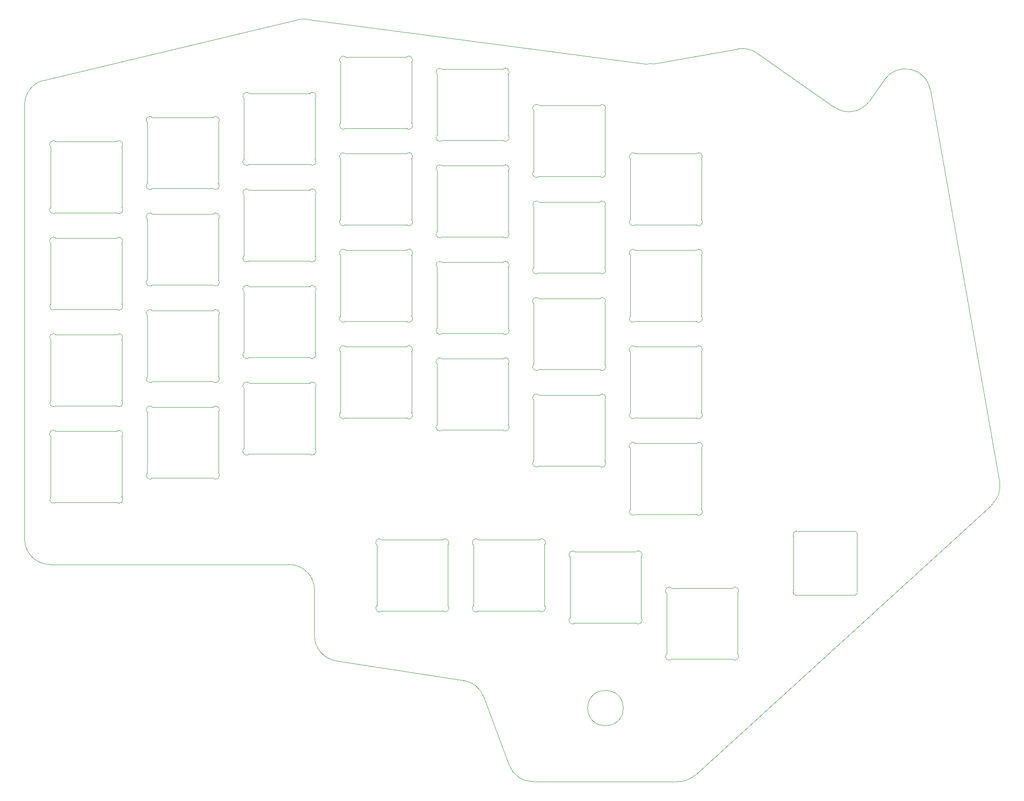
<source format=gbr>
G04 #@! TF.GenerationSoftware,KiCad,Pcbnew,(5.1.9)-1*
G04 #@! TF.CreationDate,2021-04-11T13:59:09+10:00*
G04 #@! TF.ProjectId,ExtraBoard-Plate,45787472-6142-46f6-9172-642d506c6174,rev?*
G04 #@! TF.SameCoordinates,Original*
G04 #@! TF.FileFunction,Profile,NP*
%FSLAX46Y46*%
G04 Gerber Fmt 4.6, Leading zero omitted, Abs format (unit mm)*
G04 Created by KiCad (PCBNEW (5.1.9)-1) date 2021-04-11 13:59:09*
%MOMM*%
%LPD*%
G01*
G04 APERTURE LIST*
G04 #@! TA.AperFunction,Profile*
%ADD10C,0.100000*%
G04 #@! TD*
G04 APERTURE END LIST*
D10*
X111751240Y22363907D02*
G75*
G02*
X110227664Y22331078I-868241J4924038D01*
G01*
X128524299Y25321450D02*
X111751240Y22363907D01*
X128524299Y25321450D02*
G75*
G02*
X132260422Y24493171I868241J-4924039D01*
G01*
X147516773Y13810559D02*
X132260422Y24493171D01*
X154480416Y15038436D02*
G75*
G02*
X147516773Y13810559I-4095760J2867883D01*
G01*
X157436733Y19260496D02*
X154480416Y15038437D01*
X157436734Y19260494D02*
G75*
G02*
X166456532Y17260854I4095760J-2867881D01*
G01*
X180102023Y-60126569D02*
X166456532Y17260854D01*
X180102023Y-60126569D02*
G75*
G02*
X178545716Y-64690535I-4924039J-868241D01*
G01*
X120048981Y-117995724D02*
X178545716Y-64690535D01*
X120048982Y-117995725D02*
G75*
G02*
X116681250Y-119300000I-3367732J3695726D01*
G01*
X88106250Y-119300000D02*
X116681250Y-119300000D01*
X88106250Y-119300000D02*
G75*
G02*
X83424604Y-116055617I0J5000000D01*
G01*
X78336675Y-102487807D02*
X83424604Y-116055617D01*
X74415315Y-99301566D02*
G75*
G02*
X78336675Y-102487807I-760286J-4941858D01*
G01*
X49245964Y-95429358D02*
X74415315Y-99301566D01*
X49245964Y-95429357D02*
G75*
G02*
X45006250Y-90487499I760286J4941858D01*
G01*
X45006249Y-81437500D02*
X45006250Y-90487499D01*
X40006250Y-76437501D02*
G75*
G02*
X45006249Y-81437500I0J-4999999D01*
G01*
X-7143750Y-76437500D02*
X40006250Y-76437500D01*
X-7143749Y-76437500D02*
G75*
G02*
X-12143749Y-71437500I0J5000000D01*
G01*
X-12143750Y14287500D02*
X-12143750Y-71437500D01*
X-12143750Y14287501D02*
G75*
G02*
X-8301852Y19151531I5000000J-1D01*
G01*
X41704397Y31057781D02*
X-8301852Y19151531D01*
X41704397Y31057780D02*
G75*
G02*
X43517835Y31150617I1158103J-4864031D01*
G01*
X110227664Y22331078D02*
X43517835Y31150617D01*
X115444000Y-81106000D02*
X127444000Y-81106000D01*
X114444000Y-94106000D02*
X114444000Y-82106000D01*
X127444000Y-95106000D02*
X115444000Y-95106000D01*
X128444000Y-82106000D02*
X128444000Y-94106000D01*
X128444000Y-82106000D02*
G75*
G03*
X127444000Y-81106000I-500000J500000D01*
G01*
X127444000Y-95106000D02*
G75*
G03*
X128444000Y-94106000I500000J500000D01*
G01*
X114444000Y-94106000D02*
G75*
G03*
X115444000Y-95106000I500000J-500000D01*
G01*
X115444000Y-81106000D02*
G75*
G03*
X114444000Y-82106000I-500000J-500000D01*
G01*
X96394000Y-73963000D02*
X108394000Y-73963000D01*
X95394000Y-86963000D02*
X95394000Y-74963000D01*
X108394000Y-87963000D02*
X96394000Y-87963000D01*
X109394000Y-74963000D02*
X109394000Y-86963000D01*
X109394000Y-74963000D02*
G75*
G03*
X108394000Y-73963000I-500000J500000D01*
G01*
X108394000Y-87963000D02*
G75*
G03*
X109394000Y-86963000I500000J500000D01*
G01*
X95394000Y-86963000D02*
G75*
G03*
X96394000Y-87963000I500000J-500000D01*
G01*
X96394000Y-73963000D02*
G75*
G03*
X95394000Y-74963000I-500000J-500000D01*
G01*
X77344000Y-71581000D02*
X89344000Y-71581000D01*
X76344000Y-84581000D02*
X76344000Y-72581000D01*
X89344000Y-85581000D02*
X77344000Y-85581000D01*
X90344000Y-72581000D02*
X90344000Y-84581000D01*
X90344000Y-72581000D02*
G75*
G03*
X89344000Y-71581000I-500000J500000D01*
G01*
X89344000Y-85581000D02*
G75*
G03*
X90344000Y-84581000I500000J500000D01*
G01*
X76344000Y-84581000D02*
G75*
G03*
X77344000Y-85581000I500000J-500000D01*
G01*
X77344000Y-71581000D02*
G75*
G03*
X76344000Y-72581000I-500000J-500000D01*
G01*
X58294000Y-71581000D02*
X70294000Y-71581000D01*
X57294000Y-84581000D02*
X57294000Y-72581000D01*
X70294000Y-85581000D02*
X58294000Y-85581000D01*
X71294000Y-72581000D02*
X71294000Y-84581000D01*
X71294000Y-72581000D02*
G75*
G03*
X70294000Y-71581000I-500000J500000D01*
G01*
X70294000Y-85581000D02*
G75*
G03*
X71294000Y-84581000I500000J500000D01*
G01*
X57294000Y-84581000D02*
G75*
G03*
X58294000Y-85581000I500000J-500000D01*
G01*
X58294000Y-71581000D02*
G75*
G03*
X57294000Y-72581000I-500000J-500000D01*
G01*
X108300000Y-52531000D02*
X120300000Y-52531000D01*
X107300000Y-65531000D02*
X107300000Y-53531000D01*
X120300000Y-66531000D02*
X108300000Y-66531000D01*
X121300000Y-53531000D02*
X121300000Y-65531000D01*
X121300000Y-53531000D02*
G75*
G03*
X120300000Y-52531000I-500000J500000D01*
G01*
X120300000Y-66531000D02*
G75*
G03*
X121300000Y-65531000I500000J500000D01*
G01*
X107300000Y-65531000D02*
G75*
G03*
X108300000Y-66531000I500000J-500000D01*
G01*
X108300000Y-52531000D02*
G75*
G03*
X107300000Y-53531000I-500000J-500000D01*
G01*
X89250000Y-43006000D02*
X101250000Y-43006000D01*
X88250000Y-56006000D02*
X88250000Y-44006000D01*
X101250000Y-57006000D02*
X89250000Y-57006000D01*
X102250000Y-44006000D02*
X102250000Y-56006000D01*
X102250000Y-44006000D02*
G75*
G03*
X101250000Y-43006000I-500000J500000D01*
G01*
X101250000Y-57006000D02*
G75*
G03*
X102250000Y-56006000I500000J500000D01*
G01*
X88250000Y-56006000D02*
G75*
G03*
X89250000Y-57006000I500000J-500000D01*
G01*
X89250000Y-43006000D02*
G75*
G03*
X88250000Y-44006000I-500000J-500000D01*
G01*
X70200000Y-35863000D02*
X82200000Y-35863000D01*
X69200000Y-48863000D02*
X69200000Y-36863000D01*
X82200000Y-49863000D02*
X70200000Y-49863000D01*
X83200000Y-36863000D02*
X83200000Y-48863000D01*
X83200000Y-36863000D02*
G75*
G03*
X82200000Y-35863000I-500000J500000D01*
G01*
X82200000Y-49863000D02*
G75*
G03*
X83200000Y-48863000I500000J500000D01*
G01*
X69200000Y-48863000D02*
G75*
G03*
X70200000Y-49863000I500000J-500000D01*
G01*
X70200000Y-35863000D02*
G75*
G03*
X69200000Y-36863000I-500000J-500000D01*
G01*
X51150000Y-33481000D02*
X63150000Y-33481000D01*
X50150000Y-46481000D02*
X50150000Y-34481000D01*
X63150000Y-47481000D02*
X51150000Y-47481000D01*
X64150000Y-34481000D02*
X64150000Y-46481000D01*
X64150000Y-34481000D02*
G75*
G03*
X63150000Y-33481000I-500000J500000D01*
G01*
X63150000Y-47481000D02*
G75*
G03*
X64150000Y-46481000I500000J500000D01*
G01*
X50150000Y-46481000D02*
G75*
G03*
X51150000Y-47481000I500000J-500000D01*
G01*
X51150000Y-33481000D02*
G75*
G03*
X50150000Y-34481000I-500000J-500000D01*
G01*
X32100000Y-40625000D02*
X44100000Y-40625000D01*
X31100000Y-53625000D02*
X31100000Y-41625000D01*
X44100000Y-54625000D02*
X32100000Y-54625000D01*
X45100000Y-41625000D02*
X45100000Y-53625000D01*
X45100000Y-41625000D02*
G75*
G03*
X44100000Y-40625000I-500000J500000D01*
G01*
X44100000Y-54625000D02*
G75*
G03*
X45100000Y-53625000I500000J500000D01*
G01*
X31100000Y-53625000D02*
G75*
G03*
X32100000Y-54625000I500000J-500000D01*
G01*
X32100000Y-40625000D02*
G75*
G03*
X31100000Y-41625000I-500000J-500000D01*
G01*
X13050000Y-45388000D02*
X25050000Y-45388000D01*
X12050000Y-58388000D02*
X12050000Y-46388000D01*
X25050000Y-59388000D02*
X13050000Y-59388000D01*
X26050000Y-46388000D02*
X26050000Y-58388000D01*
X26050000Y-46388000D02*
G75*
G03*
X25050000Y-45388000I-500000J500000D01*
G01*
X25050000Y-59388000D02*
G75*
G03*
X26050000Y-58388000I500000J500000D01*
G01*
X12050000Y-58388000D02*
G75*
G03*
X13050000Y-59388000I500000J-500000D01*
G01*
X13050000Y-45388000D02*
G75*
G03*
X12050000Y-46388000I-500000J-500000D01*
G01*
X-6000000Y-50150000D02*
X6000000Y-50150000D01*
X-7000000Y-63150000D02*
X-7000000Y-51150000D01*
X6000000Y-64150000D02*
X-6000000Y-64150000D01*
X7000000Y-51150000D02*
X7000000Y-63150000D01*
X7000000Y-51150000D02*
G75*
G03*
X6000000Y-50150000I-500000J500000D01*
G01*
X6000000Y-64150000D02*
G75*
G03*
X7000000Y-63150000I500000J500000D01*
G01*
X-7000000Y-63150000D02*
G75*
G03*
X-6000000Y-64150000I500000J-500000D01*
G01*
X-6000000Y-50150000D02*
G75*
G03*
X-7000000Y-51150000I-500000J-500000D01*
G01*
X108300000Y-33481000D02*
X120300000Y-33481000D01*
X107300000Y-46481000D02*
X107300000Y-34481000D01*
X120300000Y-47481000D02*
X108300000Y-47481000D01*
X121300000Y-34481000D02*
X121300000Y-46481000D01*
X121300000Y-34481000D02*
G75*
G03*
X120300000Y-33481000I-500000J500000D01*
G01*
X120300000Y-47481000D02*
G75*
G03*
X121300000Y-46481000I500000J500000D01*
G01*
X107300000Y-46481000D02*
G75*
G03*
X108300000Y-47481000I500000J-500000D01*
G01*
X108300000Y-33481000D02*
G75*
G03*
X107300000Y-34481000I-500000J-500000D01*
G01*
X89250000Y-23956000D02*
X101250000Y-23956000D01*
X88250000Y-36956000D02*
X88250000Y-24956000D01*
X101250000Y-37956000D02*
X89250000Y-37956000D01*
X102250000Y-24956000D02*
X102250000Y-36956000D01*
X102250000Y-24956000D02*
G75*
G03*
X101250000Y-23956000I-500000J500000D01*
G01*
X101250000Y-37956000D02*
G75*
G03*
X102250000Y-36956000I500000J500000D01*
G01*
X88250000Y-36956000D02*
G75*
G03*
X89250000Y-37956000I500000J-500000D01*
G01*
X89250000Y-23956000D02*
G75*
G03*
X88250000Y-24956000I-500000J-500000D01*
G01*
X70200000Y-16812000D02*
X82200000Y-16812000D01*
X69200000Y-29812000D02*
X69200000Y-17812000D01*
X82200000Y-30812000D02*
X70200000Y-30812000D01*
X83200000Y-17812000D02*
X83200000Y-29812000D01*
X83200000Y-17812000D02*
G75*
G03*
X82200000Y-16812000I-500000J500000D01*
G01*
X82200000Y-30812000D02*
G75*
G03*
X83200000Y-29812000I500000J500000D01*
G01*
X69200000Y-29812000D02*
G75*
G03*
X70200000Y-30812000I500000J-500000D01*
G01*
X70200000Y-16812000D02*
G75*
G03*
X69200000Y-17812000I-500000J-500000D01*
G01*
X51150000Y-14431000D02*
X63150000Y-14431000D01*
X50150000Y-27431000D02*
X50150000Y-15431000D01*
X63150000Y-28431000D02*
X51150000Y-28431000D01*
X64150000Y-15431000D02*
X64150000Y-27431000D01*
X64150000Y-15431000D02*
G75*
G03*
X63150000Y-14431000I-500000J500000D01*
G01*
X63150000Y-28431000D02*
G75*
G03*
X64150000Y-27431000I500000J500000D01*
G01*
X50150000Y-27431000D02*
G75*
G03*
X51150000Y-28431000I500000J-500000D01*
G01*
X51150000Y-14431000D02*
G75*
G03*
X50150000Y-15431000I-500000J-500000D01*
G01*
X32100000Y-21575000D02*
X44100000Y-21575000D01*
X31100000Y-34575000D02*
X31100000Y-22575000D01*
X44100000Y-35575000D02*
X32100000Y-35575000D01*
X45100000Y-22575000D02*
X45100000Y-34575000D01*
X45100000Y-22575000D02*
G75*
G03*
X44100000Y-21575000I-500000J500000D01*
G01*
X44100000Y-35575000D02*
G75*
G03*
X45100000Y-34575000I500000J500000D01*
G01*
X31100000Y-34575000D02*
G75*
G03*
X32100000Y-35575000I500000J-500000D01*
G01*
X32100000Y-21575000D02*
G75*
G03*
X31100000Y-22575000I-500000J-500000D01*
G01*
X13050000Y-26337000D02*
X25050000Y-26337000D01*
X12050000Y-39337000D02*
X12050000Y-27337000D01*
X25050000Y-40337000D02*
X13050000Y-40337000D01*
X26050000Y-27337000D02*
X26050000Y-39337000D01*
X26050000Y-27337000D02*
G75*
G03*
X25050000Y-26337000I-500000J500000D01*
G01*
X25050000Y-40337000D02*
G75*
G03*
X26050000Y-39337000I500000J500000D01*
G01*
X12050000Y-39337000D02*
G75*
G03*
X13050000Y-40337000I500000J-500000D01*
G01*
X13050000Y-26337000D02*
G75*
G03*
X12050000Y-27337000I-500000J-500000D01*
G01*
X-6000000Y-31100000D02*
X6000000Y-31100000D01*
X-7000000Y-44100000D02*
X-7000000Y-32100000D01*
X6000000Y-45100000D02*
X-6000000Y-45100000D01*
X7000000Y-32100000D02*
X7000000Y-44100000D01*
X7000000Y-32100000D02*
G75*
G03*
X6000000Y-31100000I-500000J500000D01*
G01*
X6000000Y-45100000D02*
G75*
G03*
X7000000Y-44100000I500000J500000D01*
G01*
X-7000000Y-44100000D02*
G75*
G03*
X-6000000Y-45100000I500000J-500000D01*
G01*
X-6000000Y-31100000D02*
G75*
G03*
X-7000000Y-32100000I-500000J-500000D01*
G01*
X108300000Y-14431000D02*
X120300000Y-14431000D01*
X107300000Y-27431000D02*
X107300000Y-15431000D01*
X120300000Y-28431000D02*
X108300000Y-28431000D01*
X121300000Y-15431000D02*
X121300000Y-27431000D01*
X121300000Y-15431000D02*
G75*
G03*
X120300000Y-14431000I-500000J500000D01*
G01*
X120300000Y-28431000D02*
G75*
G03*
X121300000Y-27431000I500000J500000D01*
G01*
X107300000Y-27431000D02*
G75*
G03*
X108300000Y-28431000I500000J-500000D01*
G01*
X108300000Y-14431000D02*
G75*
G03*
X107300000Y-15431000I-500000J-500000D01*
G01*
X89250000Y-4906000D02*
X101250000Y-4906000D01*
X88250000Y-17906000D02*
X88250000Y-5906000D01*
X101250000Y-18906000D02*
X89250000Y-18906000D01*
X102250000Y-5906000D02*
X102250000Y-17906000D01*
X102250000Y-5906000D02*
G75*
G03*
X101250000Y-4906000I-500000J500000D01*
G01*
X101250000Y-18906000D02*
G75*
G03*
X102250000Y-17906000I500000J500000D01*
G01*
X88250000Y-17906000D02*
G75*
G03*
X89250000Y-18906000I500000J-500000D01*
G01*
X89250000Y-4906000D02*
G75*
G03*
X88250000Y-5906000I-500000J-500000D01*
G01*
X70200000Y2237000D02*
X82200000Y2237000D01*
X69200000Y-10763000D02*
X69200000Y1237000D01*
X82200000Y-11763000D02*
X70200000Y-11763000D01*
X83200000Y1237000D02*
X83200000Y-10763000D01*
X83200000Y1237000D02*
G75*
G03*
X82200000Y2237000I-500000J500000D01*
G01*
X82200000Y-11763000D02*
G75*
G03*
X83200000Y-10763000I500000J500000D01*
G01*
X69200000Y-10763000D02*
G75*
G03*
X70200000Y-11763000I500000J-500000D01*
G01*
X70200000Y2237000D02*
G75*
G03*
X69200000Y1237000I-500000J-500000D01*
G01*
X51150000Y4619000D02*
X63150000Y4619000D01*
X50150000Y-8381000D02*
X50150000Y3619000D01*
X63150000Y-9381000D02*
X51150000Y-9381000D01*
X64150000Y3619000D02*
X64150000Y-8381000D01*
X64150000Y3619000D02*
G75*
G03*
X63150000Y4619000I-500000J500000D01*
G01*
X63150000Y-9381000D02*
G75*
G03*
X64150000Y-8381000I500000J500000D01*
G01*
X50150000Y-8381000D02*
G75*
G03*
X51150000Y-9381000I500000J-500000D01*
G01*
X51150000Y4619000D02*
G75*
G03*
X50150000Y3619000I-500000J-500000D01*
G01*
X32100000Y-2525000D02*
X44100000Y-2525000D01*
X31100000Y-15525000D02*
X31100000Y-3525000D01*
X44100000Y-16525000D02*
X32100000Y-16525000D01*
X45100000Y-3525000D02*
X45100000Y-15525000D01*
X45100000Y-3525000D02*
G75*
G03*
X44100000Y-2525000I-500000J500000D01*
G01*
X44100000Y-16525000D02*
G75*
G03*
X45100000Y-15525000I500000J500000D01*
G01*
X31100000Y-15525000D02*
G75*
G03*
X32100000Y-16525000I500000J-500000D01*
G01*
X32100000Y-2525000D02*
G75*
G03*
X31100000Y-3525000I-500000J-500000D01*
G01*
X13050000Y-7288000D02*
X25050000Y-7288000D01*
X12050000Y-20288000D02*
X12050000Y-8288000D01*
X25050000Y-21288000D02*
X13050000Y-21288000D01*
X26050000Y-8288000D02*
X26050000Y-20288000D01*
X26050000Y-8288000D02*
G75*
G03*
X25050000Y-7288000I-500000J500000D01*
G01*
X25050000Y-21288000D02*
G75*
G03*
X26050000Y-20288000I500000J500000D01*
G01*
X12050000Y-20288000D02*
G75*
G03*
X13050000Y-21288000I500000J-500000D01*
G01*
X13050000Y-7288000D02*
G75*
G03*
X12050000Y-8288000I-500000J-500000D01*
G01*
X-6000000Y-12050000D02*
X6000000Y-12050000D01*
X-7000000Y-25050000D02*
X-7000000Y-13050000D01*
X6000000Y-26050000D02*
X-6000000Y-26050000D01*
X7000000Y-13050000D02*
X7000000Y-25050000D01*
X7000000Y-13050000D02*
G75*
G03*
X6000000Y-12050000I-500000J500000D01*
G01*
X6000000Y-26050000D02*
G75*
G03*
X7000000Y-25050000I500000J500000D01*
G01*
X-7000000Y-25050000D02*
G75*
G03*
X-6000000Y-26050000I500000J-500000D01*
G01*
X-6000000Y-12050000D02*
G75*
G03*
X-7000000Y-13050000I-500000J-500000D01*
G01*
X108300000Y4619000D02*
X120300000Y4619000D01*
X107300000Y-8381000D02*
X107300000Y3619000D01*
X120300000Y-9381000D02*
X108300000Y-9381000D01*
X121300000Y3619000D02*
X121300000Y-8381000D01*
X121300000Y3619000D02*
G75*
G03*
X120300000Y4619000I-500000J500000D01*
G01*
X120300000Y-9381000D02*
G75*
G03*
X121300000Y-8381000I500000J500000D01*
G01*
X107300000Y-8381000D02*
G75*
G03*
X108300000Y-9381000I500000J-500000D01*
G01*
X108300000Y4619000D02*
G75*
G03*
X107300000Y3619000I-500000J-500000D01*
G01*
X89250000Y14144000D02*
X101250000Y14144000D01*
X88250000Y1144000D02*
X88250000Y13144000D01*
X101250000Y144000D02*
X89250000Y144000D01*
X102250000Y13144000D02*
X102250000Y1144000D01*
X102250000Y13144000D02*
G75*
G03*
X101250000Y14144000I-500000J500000D01*
G01*
X101250000Y144000D02*
G75*
G03*
X102250000Y1144000I500000J500000D01*
G01*
X88250000Y1144000D02*
G75*
G03*
X89250000Y144000I500000J-500000D01*
G01*
X89250000Y14144000D02*
G75*
G03*
X88250000Y13144000I-500000J-500000D01*
G01*
X70200000Y21288000D02*
X82200000Y21288000D01*
X69200000Y8288000D02*
X69200000Y20288000D01*
X82200000Y7288000D02*
X70200000Y7288000D01*
X83200000Y20288000D02*
X83200000Y8288000D01*
X83200000Y20288000D02*
G75*
G03*
X82200000Y21288000I-500000J500000D01*
G01*
X82200000Y7288000D02*
G75*
G03*
X83200000Y8288000I500000J500000D01*
G01*
X69200000Y8288000D02*
G75*
G03*
X70200000Y7288000I500000J-500000D01*
G01*
X70200000Y21288000D02*
G75*
G03*
X69200000Y20288000I-500000J-500000D01*
G01*
X51150000Y23669000D02*
X63150000Y23669000D01*
X50150000Y10669000D02*
X50150000Y22669000D01*
X63150000Y9669000D02*
X51150000Y9669000D01*
X64150000Y22669000D02*
X64150000Y10669000D01*
X64150000Y22669000D02*
G75*
G03*
X63150000Y23669000I-500000J500000D01*
G01*
X63150000Y9669000D02*
G75*
G03*
X64150000Y10669000I500000J500000D01*
G01*
X50150000Y10669000D02*
G75*
G03*
X51150000Y9669000I500000J-500000D01*
G01*
X51150000Y23669000D02*
G75*
G03*
X50150000Y22669000I-500000J-500000D01*
G01*
X32100000Y16525000D02*
X44100000Y16525000D01*
X31100000Y3525000D02*
X31100000Y15525000D01*
X44100000Y2525000D02*
X32100000Y2525000D01*
X45100000Y15525000D02*
X45100000Y3525000D01*
X45100000Y15525000D02*
G75*
G03*
X44100000Y16525000I-500000J500000D01*
G01*
X44100000Y2525000D02*
G75*
G03*
X45100000Y3525000I500000J500000D01*
G01*
X31100000Y3525000D02*
G75*
G03*
X32100000Y2525000I500000J-500000D01*
G01*
X32100000Y16525000D02*
G75*
G03*
X31100000Y15525000I-500000J-500000D01*
G01*
X13050000Y11763000D02*
X25050000Y11763000D01*
X12050000Y-1237000D02*
X12050000Y10763000D01*
X25050000Y-2237000D02*
X13050000Y-2237000D01*
X26050000Y10763000D02*
X26050000Y-1237000D01*
X26050000Y10763000D02*
G75*
G03*
X25050000Y11763000I-500000J500000D01*
G01*
X25050000Y-2237000D02*
G75*
G03*
X26050000Y-1237000I500000J500000D01*
G01*
X12050000Y-1237000D02*
G75*
G03*
X13050000Y-2237000I500000J-500000D01*
G01*
X13050000Y11763000D02*
G75*
G03*
X12050000Y10763000I-500000J-500000D01*
G01*
X-6000000Y7000000D02*
X6000000Y7000000D01*
X-7000000Y-6000000D02*
X-7000000Y6000000D01*
X6000000Y-7000000D02*
X-6000000Y-7000000D01*
X7000000Y6000000D02*
X7000000Y-6000000D01*
X7000000Y6000000D02*
G75*
G03*
X6000000Y7000000I-500000J500000D01*
G01*
X6000000Y-7000000D02*
G75*
G03*
X7000000Y-6000000I500000J500000D01*
G01*
X-7000000Y-6000000D02*
G75*
G03*
X-6000000Y-7000000I500000J-500000D01*
G01*
X-6000000Y7000000D02*
G75*
G03*
X-7000000Y6000000I-500000J-500000D01*
G01*
X152033000Y-70900000D02*
X152033000Y-81500000D01*
X151033000Y-82500000D02*
X140433000Y-82500000D01*
X139433000Y-81500000D02*
X139433000Y-70900000D01*
X140433000Y-69900000D02*
X151033000Y-69900000D01*
X152033000Y-70900000D02*
G75*
G03*
X151033000Y-69900000I-700000J300000D01*
G01*
X151033000Y-82500000D02*
G75*
G03*
X152033000Y-81500000I300000J700000D01*
G01*
X139433000Y-81500000D02*
G75*
G03*
X140433000Y-82500000I700000J-300000D01*
G01*
X140433000Y-69900000D02*
G75*
G03*
X139433000Y-70900000I-300000J-700000D01*
G01*
X105894000Y-104775000D02*
G75*
G03*
X105894000Y-104775000I-3500000J0D01*
G01*
M02*

</source>
